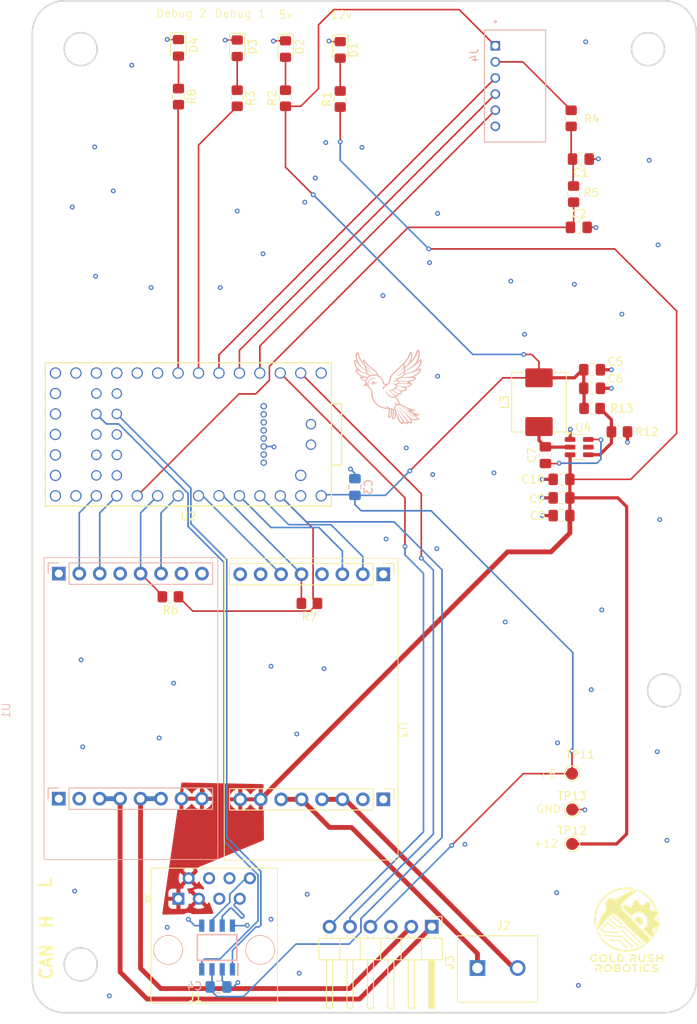
<source format=kicad_pcb>
(kicad_pcb (version 20240108) (generator "pcbnew") (generator_version "8.0")
  (layers (0 "F.Cu" signal) (1 "In1.Cu" signal) (2 "In2.Cu" signal) (31 "B.Cu" signal) (34 "B.Paste" user) (35 "F.Paste" user) (36 "B.SilkS" user "B.Silkscreen") (37 "F.SilkS" user "F.Silkscreen") (38 "B.Mask" user) (39 "F.Mask" user) (44 "Edge.Cuts" user))
  (net 0 "")
  (net 1 "GND")
  (net 2 "ABSA")
  (net 3 "CAN3v3")
  (net 4 "+5V")
  (net 5 "LED1")
  (net 6 "LED2")
  (net 7 "CRX")
  (net 8 "CTX")
  (net 9 "+12V")
  (net 10 "M2A")
  (net 11 "M2B")
  (net 12 "M1A")
  (net 13 "M1B")
  (net 14 "ENC1A")
  (net 15 "ENC1B")
  (net 16 "ENC2I")
  (net 17 "ENC2B")
  (net 18 "ABSPWM")
  (net 19 "ENC2A")
  (net 24 "PWM1")
  (net 25 "PWM2")
  (net 26 "DIR1")
  (net 27 "DIR2")
  (net 31 "FLTM2")
  (net 40 "CSM1")
  (net 41 "CSM2")
  (net 45 "FLTM1")
  (net 55 "CANP")
  (net 56 "CANN")
  (net 61 "Net-(C1-Pad2)")
  (net 62 "Net-(D1-A)")
  (net 63 "Net-(D2-A)")
  (net 64 "Net-(D3-A)")
  (net 70 "Net-(D4-A)")
  (net 71 "Net-(U4-VBST)")
  (net 72 "Net-(U4-SW)")
  (net 73 "Net-(U4-VFB)")
  (footprint "TestPoint:TestPoint_Pad_D1.5mm" (layer "F.Cu") (at 242.025 120.475)
    (property "Reference" "TP13")
    (property "Value" "TestPoint_Probe")
  )
  (footprint "LED_SMD:LED_0805_2012Metric_Pad1.15x1.40mm_HandSolder" (layer "F.Cu") (at 193.1 25.9482 -90)
    (property "Reference" "D4")
    (property "Value" "LED")
  )
  (footprint "LED_SMD:LED_0805_2012Metric_Pad1.15x1.40mm_HandSolder" (layer "F.Cu") (at 213.2 26.2006 -90)
    (property "Reference" "D1")
    (property "Value" "LED")
  )
  (footprint "Connector_RJ:RJ45_OST_PJ012-8P8CX_Vertical" (layer "F.Cu") (at 193.095 131.55)
    (property "Reference" "J1")
    (property "Value" "RJ45")
  )
  (footprint "Capacitor_SMD:C_0805_2012Metric_Pad1.18x1.45mm_HandSolder" (layer "F.Cu") (at 238.7 76.5 90)
    (property "Reference" "C7")
    (property "Value" "0.1uF")
  )
  (footprint "TestPoint:TestPoint_Pad_D1.5mm" (layer "F.Cu") (at 242.025 124.75)
    (property "Reference" "TP12")
    (property "Value" "TestPoint_Probe")
  )
  (footprint "footprints:G218v17" (layer "F.Cu") (at 224.6032 108.2917 -90)
    (property "Reference" "U3")
    (property "Value" "G218v17")
  )
  (footprint "Capacitor_SMD:C_0805_2012Metric_Pad1.18x1.45mm_HandSolder" (layer "F.Cu") (at 244.5 65.9)
    (property "Reference" "C5")
    (property "Value" "22uF")
  )
  (footprint "footprints:PHOENIX_1935161" (layer "F.Cu") (at 227.7525 144.4)
    (property "Reference" "J2")
    (property "Value" "Screw_Terminal_01x02")
  )
  (footprint "Capacitor_SMD:C_0805_2012Metric_Pad1.18x1.45mm_HandSolder" (layer "F.Cu") (at 240.7 81.8 180)
    (property "Reference" "C9")
    (property "Value" "10uF")
  )
  (footprint "Resistor_SMD:R_0805_2012Metric_Pad1.20x1.40mm_HandSolder" (layer "F.Cu") (at 213.2 32.3 90)
    (property "Reference" "R1")
    (property "Value" "500")
  )
  (footprint "Resistor_SMD:R_0805_2012Metric_Pad1.20x1.40mm_HandSolder" (layer "F.Cu") (at 192.1 94.075 180)
    (property "Reference" "R6")
    (property "Value" "10k")
  )
  (footprint "footprints:Logo_Small" (layer "F.Cu") (at 248.822377 135.446903)
    (property "Reference" "L1" (hide yes))
    (property "Value" "~" (hide yes))
  )
  (footprint "Resistor_SMD:R_0805_2012Metric_Pad1.20x1.40mm_HandSolder" (layer "F.Cu") (at 193.1 32 -90)
    (property "Reference" "R8")
    (property "Value" "50")
  )
  (footprint "Capacitor_SMD:C_0805_2012Metric_Pad1.18x1.45mm_HandSolder" (layer "F.Cu") (at 243.1 39.75 180)
    (property "Reference" "C1")
    (property "Value" "1 uF")
  )
  (footprint "Capacitor_SMD:C_0805_2012Metric_Pad1.18x1.45mm_HandSolder" (layer "F.Cu") (at 240.7 84 180)
    (property "Reference" "C8")
    (property "Value" "10uF")
  )
  (footprint "Resistor_SMD:R_0805_2012Metric_Pad1.20x1.40mm_HandSolder" (layer "F.Cu") (at 241.9 34.7 -90)
    (property "Reference" "R4")
    (property "Value" "10k")
  )
  (footprint "TestPoint:TestPoint_Pad_D1.5mm" (layer "F.Cu") (at 242 116.025)
    (property "Reference" "TP11")
    (property "Value" "TestPoint_Probe")
  )
  (footprint "LED_SMD:LED_0805_2012Metric_Pad1.15x1.40mm_HandSolder" (layer "F.Cu") (at 200.4 26 -90)
    (property "Reference" "D3")
    (property "Value" "LED")
  )
  (footprint "Resistor_SMD:R_0805_2012Metric_Pad1.20x1.40mm_HandSolder" (layer "F.Cu") (at 247.9 73.6 180)
    (property "Reference" "R12")
    (property "Value" "10K")
  )
  (footprint "LED_SMD:LED_0805_2012Metric_Pad1.15x1.40mm_HandSolder" (layer "F.Cu") (at 206.4 26.0982 -90)
    (property "Reference" "D2")
    (property "Value" "LED")
  )
  (footprint "Resistor_SMD:R_0805_2012Metric_Pad1.20x1.40mm_HandSolder" (layer "F.Cu") (at 200.4 32.2 -90)
    (property "Reference" "R3")
    (property "Value" "50")
  )
  (footprint "Resistor_SMD:R_0805_2012Metric_Pad1.20x1.40mm_HandSolder" (layer "F.Cu") (at 242.2 44.1 -90)
    (property "Reference" "R5")
    (property "Value" "10k")
  )
  (footprint "Resistor_SMD:R_0805_2012Metric_Pad1.20x1.40mm_HandSolder" (layer "F.Cu") (at 244.5 70.7 180)
    (property "Reference" "R13")
    (property "Value" "54.9K")
  )
  (footprint "Resistor_SMD:R_0805_2012Metric_Pad1.20x1.40mm_HandSolder" (layer "F.Cu") (at 209.375 94.9 180)
    (property "Reference" "R7")
    (property "Value" "10k")
  )
  (footprint "Capacitor_SMD:C_0805_2012Metric_Pad1.18x1.45mm_HandSolder" (layer "F.Cu") (at 244.5 68.2)
    (property "Reference" "C6")
    (property "Value" "22uF")
  )
  (footprint "Package_TO_SOT_SMD:SOT-23-6" (layer "F.Cu") (at 242.9 75.5)
    (property "Reference" "U4")
    (property "Value" "TPS565208")
  )
  (footprint "Inductor_SMD:L_Abracon_ASPI-0630LR" (layer "F.Cu") (at 237.9 69.925 90)
    (property "Reference" "L3")
    (property "Value" "3.3uH")
  )
  (footprint "Capacitor_SMD:C_0805_2012Metric_Pad1.18x1.45mm_HandSolder" (layer "F.Cu") (at 242.85 48.225)
    (property "Reference" "C2")
    (property "Value" "1 uF")
  )
  (footprint "Capacitor_SMD:C_0805_2012Metric_Pad1.18x1.45mm_HandSolder" (layer "F.Cu") (at 240.7 79.5 180)
    (property "Reference" "C10")
    (property "Value" "0.1uF")
  )
  (footprint "Connector_PinHeader_2.54mm:PinHeader_1x06_P2.54mm_Horizontal" (layer "F.Cu") (at 224.575 135.025 -90)
    (property "Reference" "J3")
    (property "Value" "Conn_01x06_Pin")
  )
  (footprint "Resistor_SMD:R_0805_2012Metric_Pad1.20x1.40mm_HandSolder" (layer "F.Cu") (at 206.4 32.2 90)
    (property "Reference" "R2")
    (property "Value" "150")
  )
  (footprint "teensy:Teensy40_SMT" (layer "F.Cu") (at 194.325 73.925 180)
    (property "Reference" "U2")
    (property "Value" "Teensy4.0")
  )
  (footprint "footprints:SOIC127P600X175-8N" (layer "B.Cu") (at 197.9 137.6 90)
    (property "Reference" "IC1" (hide yes))
    (property "Value" "TCAN3414DR" (hide yes))
  )
  (footprint "Capacitor_SMD:C_0805_2012Metric_Pad1.18x1.45mm_HandSolder" (layer "B.Cu") (at 215.025 80.45 90)
    (property "Reference" "C3")
    (property "Value" "0.1 uF")
  )
  (footprint "footprints:JST_S6B-PH-K-S_LF__SN_" (layer "B.Cu") (at 232.475 30.6875 -90)
    (property "Reference" "J4")
    (property "Value" "S6B-PH-K-S_LF__SN_")
  )
  (footprint "footprints:bird" (layer "B.Cu") (at 219.125 68.05 180)
    (property "Reference" "L2" (hide yes))
    (property "Value" "~" (hide yes))
  )
  (footprint "Capacitor_SMD:C_0805_2012Metric_Pad1.18x1.45mm_HandSolder" (layer "B.Cu") (at 198.075 142.5 180)
    (property "Reference" "C4")
    (property "Value" "0.1 uF")
  )
  (footprint "footprints:G218v17" (layer "B.Cu") (at 172.183 108.2116 -90)
    (property "Reference" "U1")
    (property "Value" "G218v17")
  )
  (gr_arc (start 174.95 24.108709) (mid 176.121573 21.280282) (end 178.949999 20.108709) (stroke (width 0.2)) (layer "Edge.Cuts"))
  (gr_circle (center 180.95 139.699999) (end 183 139.699999) (stroke (width 0.2)) (fill none) (layer "Edge.Cuts"))
  (gr_circle (center 251.45 26.108709) (end 253.5 26.108709) (stroke (width 0.2)) (fill none) (layer "Edge.Cuts"))
  (gr_line (start 174.95 141.7) (end 174.95 24.108709) (stroke (width 0.2)) (layer "Edge.Cuts"))
  (gr_circle (center 253.45 105.699999) (end 255.5 105.699999) (stroke (width 0.2)) (fill none) (layer "Edge.Cuts"))
  (gr_line (start 253.44992 145.699999) (end 178.95 145.699999) (stroke (width 0.2)) (layer "Edge.Cuts"))
  (gr_arc (start 178.95 145.699999) (mid 176.121573 144.528426) (end 174.95 141.7) (stroke (width 0.2)) (layer "Edge.Cuts"))
  (gr_circle (center 180.95 26.108709) (end 183 26.108709) (stroke (width 0.2)) (fill none) (layer "Edge.Cuts"))
  (gr_arc (start 253.45 20.108709) (mid 256.271818 21.27367) (end 257.45 24.089993) (stroke (width 0.2)) (layer "Edge.Cuts"))
  (gr_line (start 257.45 141.699924) (end 257.45 24.089993) (stroke (width 0.2)) (layer "Edge.Cuts"))
  (gr_arc (start 257.45 141.699924) (mid 256.278404 144.528408) (end 253.44992 145.699999) (stroke (width 0.2)) (layer "Edge.Cuts"))
  (gr_line (start 253.45 20.108709) (end 178.949999 20.108709) (stroke (width 0.2)) (layer "Edge.Cuts"))
  (gr_text "+5" (at 237.8 116.7 0) (layer "F.SilkS") (effects (font (size 1 1) (thickness 0.1)) (justify left bottom)))
  (gr_text "Debug 1" (at 197.55 22.275 0) (layer "F.SilkS") (effects (font (size 1 1) (thickness 0.1)) (justify left bottom)))
  (gr_text "H" (at 177.575 135.4 90) (layer "F.SilkS") (effects (font (size 1.5 1.5) (thickness 0.3) (bold yes)) (justify left bottom)))
  (gr_text "+12\n" (at 237.1 125.3 0) (layer "F.SilkS") (effects (font (size 1 1) (thickness 0.1)) (justify left bottom)))
  (gr_text "Debug 2" (at 190.25 22.25 0) (layer "F.SilkS") (effects (font (size 1 1) (thickness 0.1)) (justify left bottom)))
  (gr_text "12v" (at 211.95 22.425 0) (layer "F.SilkS") (effects (font (size 1 1) (thickness 0.1)) (justify left bottom)))
  (gr_text "GND\n" (at 237.5 121 0) (layer "F.SilkS") (effects (font (size 1 1) (thickness 0.1)) (justify left bottom)))
  (gr_text "L" (at 177.425 130.425 90) (layer "F.SilkS") (effects (font (size 1.5 1.5) (thickness 0.3) (bold yes)) (justify left bottom)))
  (gr_text "CAN" (at 177.55 141.8 90) (layer "F.SilkS") (effects (font (size 1.5 1.5) (thickness 0.3) (bold yes)) (justify left bottom)))
  (gr_text "5v" (at 205.5 22.425 0) (layer "F.SilkS") (effects (font (size 1 1) (thickness 0.1)) (justify left bottom)))
  (segment (start 245.5375 68.2) (end 246.8 68.2) (width 0.4) (layer "F.Cu") (net 1))
  (segment (start 242.025 120.475) (end 243.55 120.475) (width 0.2) (layer "F.Cu") (net 1))
  (segment (start 198.925 24.975) (end 198.9 25) (width 0.2) (layer "F.Cu") (net 1))
  (segment (start 211.8756 25.1756) (end 211.8 25.1) (width 0.2) (layer "F.Cu") (net 1))
  (segment (start 248.9 73.6) (end 248.9 74.9) (width 0.4) (layer "F.Cu") (net 1))
  (segment (start 245.5375 65.9) (end 246.9 65.9) (width 0.4) (layer "F.Cu") (net 1))
  (segment (start 239.6625 81.8) (end 238.3 81.8) (width 0.4) (layer "F.Cu") (net 1))
  (segment (start 245.25 39.75) (end 245.275 39.725) (width 0.2) (layer "F.Cu") (net 1))
  (segment (start 244.05 39.75) (end 245.25 39.75) (width 0.2) (layer "F.Cu") (net 1))
  (segment (start 243.55 120.475) (end 243.6 120.525) (width 0.2) (layer "F.Cu") (net 1))
  (segment (start 239.6625 84) (end 238.3 84) (width 0.4) (layer "F.Cu") (net 1))
  (segment (start 193.1 24.9232) (end 191.7232 24.9232) (width 0.2) (layer "F.Cu") (net 1))
  (segment (start 191.7232 24.9232) (end 191.7 24.9) (width 0.2) (layer "F.Cu") (net 1))
  (segment (start 244.95 48.225) (end 244.975 48.25) (width 0.2) (layer "F.Cu") (net 1))
  (segment (start 206.4 25.0732) (end 204.9268 25.0732) (width 0.2) (layer "F.Cu") (net 1))
  (segment (start 200.4 24.975) (end 198.925 24.975) (width 0.2) (layer "F.Cu") (net 1))
  (segment (start 239.6625 79.5) (end 238.3 79.5) (width 0.4) (layer "F.Cu") (net 1))
  (segment (start 241.7625 73.3375) (end 241.8 73.3) (width 0.2) (layer "F.Cu") (net 1))
  (segment (start 213.2 25.1756) (end 211.8756 25.1756) (width 0.2) (layer "F.Cu") (net 1))
  (segment (start 243.8 48.225) (end 244.95 48.225) (width 0.2) (layer "F.Cu") (net 1))
  (segment (start 241.7625 74.55) (end 241.7625 73.3375) (width 0.4) (layer "F.Cu") (net 1))
  (segment (start 204.9268 25.0732) (end 204.9 25.1) (width 0.2) (layer "F.Cu") (net 1))
  (via (at 204.975 75.475) (size 0.6) (drill 0.3) (layers "F.Cu" "B.Cu") (net 1))
  (via (at 243.6 120.525) (size 0.6) (drill 0.3) (layers "F.Cu" "B.Cu") (net 1))
  (via (at 194.325 134.1) (size 0.6) (drill 0.3) (layers "F.Cu" "B.Cu") (net 1))
  (via (at 214.475 78.225) (size 0.6) (drill 0.3) (layers "F.Cu" "B.Cu") (net 1))
  (via (at 228.7 124.8) (size 0.6) (drill 0.3) (layers "F.Cu" "B.Cu") (net 1))
  (via (at 182.8 54.3) (size 0.6) (drill 0.3) (layers "F.Cu" "B.Cu") (net 1))
  (via (at 190.7 111.6) (size 0.6) (drill 0.3) (layers "F.Cu" "B.Cu") (net 1))
  (via (at 201.65 134.85) (size 0.6) (drill 0.3) (layers "F.Cu" "B.Cu") (net 1))
  (via (at 240.1 130.8) (size 0.6) (drill 0.3) (layers "F.Cu" "B.Cu") (net 1))
  (via (at 252.7 50.4) (size 0.6) (drill 0.3) (layers "F.Cu" "B.Cu") (net 1))
  (via (at 204.9 25.1) (size 0.6) (drill 0.3) (layers "F.Cu" "B.Cu") (net 1))
  (via (at 246.9 68.2) (size 0.6) (drill 0.3) (layers "F.Cu" "B.Cu") (net 1))
  (via (at 240.2 112.2) (size 0.6) (drill 0.3) (layers "F.Cu" "B.Cu") (net 1))
  (via (at 244.4 105.6) (size 0.6) (drill 0.3) (layers "F.Cu" "B.Cu") (net 1))
  (via (at 218.9 86.9) (size 0.6) (drill 0.3) (layers "F.Cu" "B.Cu") (net 1))
  (via (at 192.5 104.8) (size 0.6) (drill 0.3) (layers "F.Cu" "B.Cu") (net 1))
  (via (at 215.9 38.3) (size 0.6) (drill 0.3) (layers "F.Cu" "B.Cu") (net 1))
  (via (at 234.4 54.9) (size 0.6) (drill 0.3) (layers "F.Cu" "B.Cu") (net 1))
  (via (at 251.6 39.9) (size 0.6) (drill 0.3) (layers "F.Cu" "B.Cu") (net 1))
  (via (at 218.5 56.7) (size 0.6) (drill 0.3) (layers "F.Cu" "B.Cu") (net 1))
  (via (at 191.7 135.1) (size 0.6) (drill 0.3) (layers "F.Cu" "B.Cu") (net 1))
  (via (at 208.8 45.1) (size 0.6) (drill 0.3) (layers "F.Cu" "B.Cu") (net 1))
  (via (at 198.3 55.7) (size 0.6) (drill 0.3) (layers "F.Cu" "B.Cu") (net 1))
  (via (at 243.7 25.2) (size 0.6) (drill 0.3) (layers "F.Cu" "B.Cu") (net 1))
  (via (at 225.3 66.7) (size 0.6) (drill 0.3) (layers "F.Cu" "B.Cu") (net 1))
  (via (at 233.7 97.2) (size 0.6) (drill 0.3) (layers "F.Cu" "B.Cu") (net 1))
  (via (at 208.1 140.8) (size 0.6) (drill 0.3) (layers "F.Cu" "B.Cu") (net 1))
  (via (at 182.693189 38.248569) (size 0.6) (drill 0.3) (layers "F.Cu" "B.Cu") (net 1))
  (via (at 189.7 55.7) (size 0.6) (drill 0.3) (layers "F.Cu" "B.Cu") (net 1))
  (via (at 209.1 131) (size 0.6) (drill 0.3) (layers "F.Cu" "B.Cu") (net 1))
  (via (at 238.3 84) (size 0.6) (drill 0.3) (layers "F.Cu" "B.Cu") (net 1))
  (via (at 181 101.9) (size 0.6) (drill 0.3) (layers "F.Cu" "B.Cu") (net 1))
  (via (at 242.8 142.3) (size 0.6) (drill 0.3) (layers "F.Cu" "B.Cu") (net 1))
  (via (at 252.9 84.5) (size 0.6) (drill 0.3) (layers "F.Cu" "B.Cu") (net 1))
  (via (at 198.9 25) (size 0.6) (drill 0.3) (layers "F.Cu" "B.Cu") (net 1))
  (via (at 200.475 141.95) (size 0.6) (drill 0.3) (layers "F.Cu" "B.Cu") (net 1))
  (via (at 232.3 78.7) (size 0.6) (drill 0.3) (layers "F.Cu" "B.Cu") (net 1))
  (via (at 211.4 37.7) (size 0.6) (drill 0.3) (layers "F.Cu" "B.Cu") (net 1))
  (via (at 224.3 52.6) (size 0.6) (drill 0.3) (layers "F.Cu" "B.Cu") (net 1))
  (via (at 210.1 42.1) (size 0.6) (drill 0.3) (layers "F.Cu" "B.Cu") (net 1))
  (via (at 248.2 59) (size 0.6) (drill 0.3) (layers "F.Cu" "B.Cu") (net 1))
  (via (at 185 43.7) (size 0.6) (drill 0.3) (layers "F.Cu" "B.Cu") (net 1))
  (via (at 246.9 65.9) (size 0.6) (drill 0.3) (layers "F.Cu" "B.Cu") (net 1))
  (via (at 204.6 102.7) (size 0.6) (drill 0.3) (layers "F.Cu" "B.Cu") (net 1))
  (via (at 207.8 111.1) (size 0.6) (drill 0.3) (layers "F.Cu" "B.Cu") (net 1))
  (via (at 248.9 74.9) (size 0.6) (drill 0.3) (layers "F.Cu" "B.Cu") (net 1))
  (via (at 238.3 81.8) (size 0.6) (drill 0.3) (layers "F.Cu" "B.Cu") (net 1))
  (via (at 236.1 61.5) (size 0.6) (drill 0.3) (layers "F.Cu" "B.Cu") (net 1))
  (via (at 184.5 143.6) (size 0.6) (drill 0.3) (layers "F.Cu" "B.Cu") (net 1))
  (via (at 204.6 134.1) (size 0.6) (drill 0.3) (layers "F.Cu" "B.Cu") (net 1))
  (via (at 245.275 39.725) (size 0.6) (drill 0.3) (layers "F.Cu" "B.Cu") (net 1))
  (via (at 191.7 24.9) (size 0.6) (drill 0.3) (layers "F.Cu" "B.Cu") (net 1))
  (via (at 187.3 28.1) (size 0.6) (drill 0.3) (layers "F.Cu" "B.Cu") (net 1))
  (via (at 221.4 75.6) (size 0.6) (drill 0.3) (layers "F.Cu" "B.Cu") (net 1))
  (via (at 245.7 95.7) (size 0.6) (drill 0.3) (layers "F.Cu" "B.Cu") (net 1))
  (via (at 242.3 55.3) (size 0.6) (drill 0.3) (layers "F.Cu" "B.Cu") (net 1))
  (via (at 200.4 46.2) (size 0.6) (drill 0.3) (layers "F.Cu" "B.Cu") (net 1))
  (via (at 181.2 112.7) (size 0.6) (drill 0.3) (layers "F.Cu" "B.Cu") (net 1))
  (via (at 211.2 103) (size 0.6) (drill 0.3) (layers "F.Cu" "B.Cu") (net 1))
  (via (at 179.9 45.7) (size 0.6) (drill 0.3) (layers "F.Cu" "B.Cu") (net 1))
  (via (at 253.8 124.3) (size 0.6) (drill 0.3) (layers "F.Cu" "B.Cu") (net 1))
  (via (at 241.8 73.3) (size 0.6) (drill 0.3) (layers "F.Cu" "B.Cu") (net 1))
  (via (at 244.975 48.25) (size 0.6) (drill 0.3) (layers "F.Cu" "B.Cu") (net 1))
  (via (at 225.2 88.1) (size 0.6) (drill 0.3) (layers "F.Cu" "B.Cu") (net 1))
  (via (at 238.3 79.5) (size 0.6) (drill 0.3) (layers "F.Cu" "B.Cu") (net 1))
  (via (at 211.8 25.1) (size 0.6) (drill 0.3) (layers "F.Cu" "B.Cu") (net 1))
  (via (at 225.3 46.5) (size 0.6) (drill 0.3) (layers "F.Cu" "B.Cu") (net 1))
  (via (at 252.6 113.3) (size 0.6) (drill 0.3) (layers "F.Cu" "B.Cu") (net 1))
  (via (at 180.2 130.6) (size 0.6) (drill 0.3) (layers "F.Cu" "B.Cu") (net 1))
  (via (at 203.6 51.5) (size 0.6) (drill 0.3) (layers "F.Cu" "B.Cu") (net 1))
  (via (at 224.7 78.9) (size 0.6) (drill 0.3) (layers "F.Cu" "B.Cu") (net 1))
  (segment (start 215.025 79.5) (end 215.025 78.775) (width 0.2) (layer "B.Cu") (net 1))
  (segment (start 199.1125 142.3) (end 199.1125 142.5) (width 0.2) (layer "B.Cu") (net 1))
  (segment (start 198.535 141.7225) (end 199.1125 142.3) (width 0.2) (layer "B.Cu") (net 1))
  (segment (start 215.025 78.775) (end 214.475 78.225) (width 0.2) (layer "B.Cu") (net 1))
  (segment (start 199.925 142.5) (end 200.475 141.95) (width 0.2) (layer "B.Cu") (net 1))
  (segment (start 201.611 134.889) (end 201.65 134.85) (width 0.2) (layer "B.Cu") (net 1))
  (segment (start 198.535 140.311) (end 198.535 141.7225) (width 0.2) (layer "B.Cu") (net 1))
  (segment (start 195.114 134.889) (end 194.325 134.1) (width 0.2) (layer "B.Cu") (net 1))
  (segment (start 195.995 134.889) (end 195.114 134.889) (width 0.2) (layer "B.Cu") (net 1))
  (segment (start 204.925 75.425) (end 204.975 75.475) (width 0.2) (layer "B.Cu") (net 1))
  (segment (start 199.805 134.889) (end 201.611 134.889) (width 0.2) (layer "B.Cu") (net 1))
  (segment (start 199.1125 142.5) (end 199.925 142.5) (width 0.2) (layer "B.Cu") (net 1))
  (segment (start 203.6966 75.425) (end 204.925 75.425) (width 0.2) (layer "B.Cu") (net 1))
  (segment (start 204.4 67.2) (end 204.4 65.475) (width 0.2) (layer "F.Cu") (net 2))
  (segment (start 221.65 48.225) (end 241.9 48.225) (width 0.2) (layer "F.Cu") (net 2))
  (segment (start 187.975 81.545) (end 200.62 68.9) (width 0.2) (layer "F.Cu") (net 2))
  (segment (start 242.2 47.925) (end 241.9 48.225) (width 0.2) (layer "F.Cu") (net 2))
  (segment (start 200.62 68.9) (end 202.7 68.9) (width 0.2) (layer "F.Cu") (net 2))
  (segment (start 242.2 45.1) (end 242.2 47.925) (width 0.2) (layer "F.Cu") (net 2))
  (segment (start 202.7 68.9) (end 204.4 67.2) (width 0.2) (layer "F.Cu") (net 2))
  (segment (start 204.4 65.475) (end 221.65 48.225) (width 0.2) (layer "F.Cu") (net 2))
  (segment (start 209.83 85.62) (end 205.755 81.545) (width 0.2) (layer "F.Cu") (net 3))
  (segment (start 209.83 94.355) (end 209.83 85.62) (width 0.2) (layer "F.Cu") (net 3))
  (segment (start 210.375 94.9) (end 209.83 94.355) (width 0.2) (layer "F.Cu") (net 3))
  (segment (start 193.1 94.075) (end 194.875 95.85) (width 0.2) (layer "F.Cu") (net 3))
  (segment (start 209.425 95.85) (end 210.375 94.9) (width 0.2) (layer "F.Cu") (net 3))
  (segment (start 194.875 95.85) (end 209.425 95.85) (width 0.2) (layer "F.Cu") (net 3))
  (segment (start 225.85 123.95) (end 225.85 90.725) (width 0.2) (layer "B.Cu") (net 3))
  (segment (start 215.775 134.025) (end 225.85 123.95) (width 0.2) (layer "B.Cu") (net 3))
  (segment (start 219.9 84.775) (end 208.985 84.775) (width 0.2) (layer "B.Cu") (net 3))
  (segment (start 197.9 143.7) (end 196.76875 142.56875) (width 0.2) (layer "B.Cu") (net 3))
  (segment (start 225.85 90.725) (end 219.9 84.775) (width 0.2) (layer "B.Cu") (net 3))
  (segment (start 201.175 143.7) (end 197.9 143.7) (width 0.2) (layer "B.Cu") (net 3))
  (segment (start 196.76875 142.56875) (end 197.265 142.0725) (width 0.2) (layer "B.Cu") (net 3))
  (segment (start 207.7 137.175) (end 201.175 143.7) (width 0.2) (layer "B.Cu") (net 3))
  (segment (start 214.3 137.175) (end 215.775 135.7) (width 0.2) (layer "B.Cu") (net 3))
  (segment (start 197.265 142.0725) (end 197.265 140.311) (width 0.2) (layer "B.Cu") (net 3))
  (segment (start 207.7 137.175) (end 214.3 137.175) (width 0.2) (layer "B.Cu") (net 3))
  (segment (start 208.985 84.775) (end 205.755 81.545) (width 0.2) (layer "B.Cu") (net 3))
  (segment (start 215.775 135.7) (end 215.775 134.025) (width 0.2) (layer "B.Cu") (net 3))
  (segment (start 209.825 44.175) (end 206.4 40.75) (width 0.2) (layer "F.Cu") (net 4))
  (segment (start 209.85 44.175) (end 209.825 44.175) (width 0.2) (layer "F.Cu") (net 4))
  (segment (start 243.5 70.7) (end 243.5 68.2375) (width 0.4) (layer "F.Cu") (net 4))
  (segment (start 206.4 40.75) (end 206.4 33.2) (width 0.2) (layer "F.Cu") (net 4))
  (segment (start 242 116.025) (end 235.955 116.025) (width 0.2) (layer "F.Cu") (net 4))
  (segment (start 237.9 64.9) (end 237.9 66.9) (width 0.2) (layer "F.Cu") (net 4))
  (segment (start 206.4 33.2) (end 208.3 33.2) (width 0.2) (layer "F.Cu") (net 4))
  (segment (start 208.3 33.2) (end 210.5 31) (width 0.2) (layer "F.Cu") (net 4))
  (segment (start 221.85 78.45) (end 233.4 66.9) (width 0.2) (layer "F.Cu") (net 4))
  (segment (start 233.4 66.9) (end 237.9 66.9) (width 0.2) (layer "F.Cu") (net 4))
  (segment (start 236 64) (end 237 64) (width 0.2) (layer "F.Cu") (net 4))
  (segment (start 235.955 116.025) (end 227.05 124.93) (width 0.2) (layer "F.Cu") (net 4))
  (segment (start 210.5 23.1) (end 212.4 21.2) (width 0.2) (layer "F.Cu") (net 4))
  (segment (start 242.3 66.9) (end 237.9 66.9) (width 0.4) (layer "F.Cu") (net 4))
  (segment (start 210.5 31) (end 210.5 23.1) (width 0.2) (layer "F.Cu") (net 4))
  (segment (start 237 64) (end 237.9 64.9) (width 0.2) (layer "F.Cu") (net 4))
  (segment (start 243.3 65.9) (end 242.3 66.9) (width 0.4) (layer "F.Cu") (net 4))
  (segment (start 243.4625 65.9) (end 243.3 65.9) (width 0.2) (layer "F.Cu") (net 4))
  (segment (start 227.9875 21.2) (end 232.475 25.6875) (width 0.2) (layer "F.Cu") (net 4))
  (segment (start 243.4625 68.2) (end 243.4625 65.9) (width 0.4) (layer "F.Cu") (net 4))
  (segment (start 212.4 21.2) (end 227.9875 21.2) (width 0.2) (layer "F.Cu") (net 4))
  (segment (start 243.5 68.2375) (end 243.4625 68.2) (width 0.2) (layer "F.Cu") (net 4))
  (segment (start 242 113.2) (end 242 116.025) (width 0.2) (layer "F.Cu") (net 4))
  (via (at 242 113.2) (size 0.6) (drill 0.3) (layers "F.Cu" "B.Cu") (net 4))
  (via (at 227.05 124.93) (size 0.6) (drill 0.3) (layers "F.Cu" "B.Cu") (net 4))
  (via (at 221.85 78.45) (size 0.6) (drill 0.3) (layers "F.Cu" "B.Cu") (net 4))
  (via (at 236 64) (size 0.6) (drill 0.3) (layers "F.Cu" "B.Cu") (net 4))
  (via (at 209.85 44.175) (size 0.6) (drill 0.3) (layers "F.Cu" "B.Cu") (net 4))
  (segment (start 221.85 78.45) (end 218.8125 81.4875) (width 0.2) (layer "B.Cu") (net 4))
  (segment (start 218.8125 81.4875) (end 215.025 81.4875) (width 0.2) (layer "B.Cu") (net 4))
  (segment (start 242 113.2) (end 242.1 113.1) (width 0.2) (layer "B.Cu") (net 4))
  (segment (start 242.1 113.1) (end 242.1 101) (width 0.2) (layer "B.Cu") (net 4))
  (segment (start 229.675 64) (end 236 64) (width 0.2) (layer "B.Cu") (net 4))
  (segment (start 242.1 101) (end 224.5 83.4) (width 0.2) (layer "B.Cu") (net 4))
  (segment (start 215.025 82.625) (end 215.025 81.4875) (width 0.2) (layer "B.Cu") (net 4))
  (segment (start 210.98 81.4) (end 210.835 81.545) (width 0.2) (layer "B.Cu") (net 4))
  (segment (start 215.025 81.4) (end 210.98 81.4) (width 0.2) (layer "B.Cu") (net 4))
  (segment (start 216.955 135.025) (end 227.05 124.93) (width 0.2) (layer "B.Cu") (net 4))
  (segment (start 209.85 44.175) (end 229.675 64) (width 0.2) (layer "B.Cu") (net 4))
  (segment (start 224.5 83.4) (end 215.8 83.4) (width 0.2) (layer "B.Cu") (net 4))
  (segment (start 215.8 83.4) (end 215.025 82.625) (width 0.2) (layer "B.Cu") (net 4))
  (segment (start 195.595 66.305) (end 195.595 38.005) (width 0.2) (layer "F.Cu") (net 5))
  (segment (start 195.595 38.005) (end 200.4 33.2) (width 0.2) (layer "F.Cu") (net 5))
  (segment (start 193.055 66.305) (end 193.055 33.345) (width 0.2) (layer "F.Cu") (net 6))
  (segment (start 202.170812 127.795812) (end 198.75 124.375) (width 0.2) (layer "B.Cu") (net 7))
  (segment (start 198.75 124.375) (end 198.75 89.8) (width 0.2) (layer "B.Cu") (net 7))
  (segment (start 184.135 72.625) (end 182.895 71.385) (width 0.2) (layer "B.Cu") (net 7))
  (segment (start 202.985 128.595786) (end 202.185026 127.795812) (width 0.2) (layer "B.Cu") (net 7))
  (segment (start 194.293 81.243) (end 185.675 72.625) (width 0.2) (layer "B.Cu") (net 7))
  (segment (start 185.675 72.625) (end 184.135 72.625) (width 0.2) (layer "B.Cu") (net 7))
  (segment (start 202.185026 127.795812) (end 202.170812 127.795812) (width 0.2) (layer "B.Cu") (net 7))
  (segment (start 195.995 140.311) (end 195.995 139.38) (width 0.2) (layer "B.Cu") (net 7))
  (segment (start 196.35 139.025) (end 198.252818 139.025) (width 0.2) (layer "B.Cu") (net 7))
  (segment (start 202.985 134.292818) (end 202.985 128.595786) (width 0.2) (layer "B.Cu") (net 7))
  (segment (start 198.252818 139.025) (end 202.985 134.292818) (width 0.2) (layer "B.Cu") (net 7))
  (segment (start 195.995 139.38) (end 196.35 139.025) (width 0.2) (layer "B.Cu") (net 7))
  (segment (start 198.75 89.8) (end 194.293 85.343) (width 0.2) (layer "B.Cu") (net 7))
  (segment (start 194.293 85.343) (end 194.293 81.243) (width 0.2) (layer "B.Cu") (net 7))
  (segment (start 202.727766 135.045026) (end 199.805 137.967792) (width 0.2) (layer "B.Cu") (net 8))
  (segment (start 199.1 89.45) (end 199.1 123.925) (width 0.2) (layer "B.Cu") (net 8))
  (segment (start 194.643 84.993) (end 199.1 89.45) (width 0.2) (layer "B.Cu") (net 8))
  (segment (start 203.129975 135.045026) (end 202.727766 135.045026) (width 0.2) (layer "B.Cu") (net 8))
  (segment (start 194.643 80.593) (end 194.643 84.993) (width 0.2) (layer "B.Cu") (net 8))
  (segment (start 203.335 134.840001) (end 203.129975 135.045026) (width 0.2) (layer "B.Cu") (net 8))
  (segment (start 199.1 123.925) (end 203.335 128.16) (width 0.2) (layer "B.Cu") (net 8))
  (segment (start 185.435 71.385) (end 194.643 80.593) (width 0.2) (layer "B.Cu") (net 8))
  (segment (start 199.805 137.967792) (end 199.805 140.311) (width 0.2) (layer "B.Cu") (net 8))
  (segment (start 203.335 128.16) (end 203.335 134.840001) (width 0.2) (layer "B.Cu") (net 8))
  (segment (start 239.4 88.5) (end 241.7375 86.1625) (width 0.6) (layer "F.Cu") (net 9))
  (segment (start 247.55 124.75) (end 242.025 124.75) (width 0.4) (layer "F.Cu") (net 9))
  (segment (start 203.318 119.2137) (end 204.418 118.1137) (width 0.6) (layer "F.Cu") (net 9))
  (segment (start 255 58.6) (end 247.3 50.9) (width 0.2) (layer "F.Cu") (net 9))
  (segment (start 241.7375 81.8) (end 247.7 81.8) (width 0.4) (layer "F.Cu") (net 9))
  (segment (start 241.7375 79.5) (end 249.3 79.5) (width 0.2) (layer "F.Cu") (net 9))
  (segment (start 248.8 123.5) (end 247.55 124.75) (width 0.4) (layer "F.Cu") (net 9))
  (segment (start 204.418 118.1137) (end 204.418 118.082) (width 0.6) (layer "F.Cu") (net 9))
  (segment (start 241.7625 79.475) (end 241.7375 79.5) (width 0.2) (layer "F.Cu") (net 9))
  (segment (start 213.2 37.6) (end 213.2 33.3) (width 0.2) (layer "F.Cu") (net 9))
  (segment (start 247.3 50.9) (end 224.2 50.9) (width 0.2) (layer "F.Cu") (net 9))
  (segment (start 241.7375 81.8) (end 241.7375 84) (width 0.4) (layer "F.Cu") (net 9))
  (segment (start 255 73.8) (end 255 58.6) (width 0.2) (layer "F.Cu") (net 9))
  (segment (start 241.7625 76.45) (end 241.7625 79.475) (width 0.4) (layer "F.Cu") (net 9))
  (segment (start 241.7375 86.1625) (end 241.7375 84) (width 0.6) (layer "F.Cu") (net 9))
  (segment (start 234 88.5) (end 239.4 88.5) (width 0.6) (layer "F.Cu") (net 9))
  (segment (start 204.418 118.082) (end 234 88.5) (width 0.6) (layer "F.Cu") (net 9))
  (segment (start 248.8 82.9) (end 248.8 123.5) (width 0.4) (layer "F.Cu") (net 9))
  (segment (start 196.3 118.1539) (end 195.2432 119.2107) (width 0.2) (layer "F.Cu") (net 9))
  (segment (start 241.7375 79.5) (end 241.7375 81.8) (width 0.4) (layer "F.Cu") (net 9))
  (segment (start 249.3 79.5) (end 255 73.8) (width 0.2) (layer "F.Cu") (net 9))
  (segment (start 247.7 81.8) (end 248.8 82.9) (width 0.4) (layer "F.Cu") (net 9))
  (via (at 213.2 37.6) (size 0.6) (drill 0.3) (layers "F.Cu" "B.Cu") (net 9))
  (via (at 224.2 50.9) (size 0.6) (drill 0.3) (layers "F.Cu" "B.Cu") (net 9))
  (segment (start 213.2 39.9) (end 224.2 50.9) (width 0.2) (layer "B.Cu") (net 9))
  (segment (start 213.2 37.6) (end 213.2 39.9) (width 0.2) (layer "B.Cu") (net 9))
  (segment (start 213.478 119.2137) (end 213.8137 119.2137) (width 0.6) (layer "F.Cu") (net 10))
  (segment (start 213.8137 119.2137) (end 234.75 140.15) (width 0.6) (layer "F.Cu") (net 10))
  (segment (start 210.938 119.2137) (end 213.478 119.2137) (width 0.6) (layer "F.Cu") (net 10))
  (segment (start 234.75 140.15) (end 235.2525 140.15) (width 0.6) (layer "F.Cu") (net 10))
  (segment (start 214.6 122.7) (end 230.2525 138.3525) (width 0.6) (layer "F.Cu") (net 11))
  (segment (start 205.858 119.2137) (end 208.398 119.2137) (width 0.6) (layer "F.Cu") (net 11))
  (segment (start 211.875 122.7) (end 214.6 122.7) (width 0.6) (layer "F.Cu") (net 11))
  (segment (start 208.398 119.2137) (end 210.975 121.7907) (width 0.6) (layer "F.Cu") (net 11))
  (segment (start 230.2525 138.3525) (end 230.2525 140.15) (width 0.6) (layer "F.Cu") (net 11))
  (segment (start 210.975 121.7907) (end 210.975 121.8) (width 0.6) (layer "F.Cu") (net 11))
  (segment (start 210.975 121.8) (end 211.875 122.7) (width 0.6) (layer "F.Cu") (net 11))
  (segment (start 185.8482 140.6482) (end 189.2 144) (width 0.6) (layer "F.Cu") (net 12))
  (segment (start 185.8482 119.1336) (end 185.8482 140.6482) (width 0.6) (layer "F.Cu") (net 12))
  (segment (start 189.2 144) (end 215.6 144) (width 0.6) (layer "F.Cu") (net 12))
  (segment (start 215.6 144) (end 224.575 135.025) (width 0.6) (layer "F.Cu") (net 12))
  (segment (start 183.3082 119.1336) (end 185.8482 119.1336) (width 0.6) (layer "B.Cu") (net 12))
  (segment (start 188.3882 119.1336) (end 188.3882 140.1882) (width 0.6) (layer "F.Cu") (net 13))
  (segment (start 190.9 142.7) (end 214.36 142.7) (width 0.6) (layer "F.Cu") (net 13))
  (segment (start 188.3882 140.1882) (end 190.9 142.7) (width 0.6) (layer "F.Cu") (net 13))
  (segment (start 214.36 142.7) (end 222.035 135.025) (width 0.6) (layer "F.Cu") (net 13))
  (segment (start 190.9282 119.1336) (end 188.3882 119.1336) (width 0.6) (layer "B.Cu") (net 13))
  (segment (start 223.275 81.285) (end 208.295 66.305) (width 0.2) (layer "F.Cu") (net 14))
  (segment (start 223.275 89.275) (end 223.275 81.285) (width 0.2) (layer "F.Cu") (net 14))
  (via (at 223.275 89.275) (size 0.6) (drill 0.3) (layers "F.Cu" "B.Cu") (net 14))
  (segment (start 224.775 123.525) (end 224.775 90.775) (width 0.2) (layer "B.Cu") (net 14))
  (segment (start 224.775 90.775) (end 223.275 89.275) (width 0.2) (layer "B.Cu") (net 14))
  (segment (start 214.415 133.885) (end 224.775 123.525) (width 0.2) (layer "B.Cu") (net 14))
  (segment (start 214.415 135.025) (end 214.415 133.885) (width 0.2) (layer "B.Cu") (net 14))
  (segment (start 221.25 81.8) (end 205.755 66.305) (width 0.2) (layer "F.Cu") (net 15))
  (segment (start 221.25 87.825) (end 221.25 81.8) (width 0.2) (layer "F.Cu") (net 15))
  (via (at 221.25 87.825) (size 0.6) (drill 0.3) (layers "F.Cu" "B.Cu") (net 15))
  (segment (start 223.55 91.175) (end 221.25 88.875) (width 0.2) (layer "B.Cu") (net 15))
  (segment (start 211.875 135.025) (end 211.875 134.925) (width 0.2) (layer "B.Cu") (net 15))
  (segment (start 221.25 88.875) (end 221.25 87.825) (width 0.2) (layer "B.Cu") (net 15))
  (segment (start 223.55 123.25) (end 223.55 91.175) (width 0.2) (layer "B.Cu") (net 15))
  (segment (start 211.875 134.925) (end 223.55 123.25) (width 0.2) (layer "B.Cu") (net 15))
  (segment (start 203.215 62.9475) (end 203.215 66.305) (width 0.2) (layer "F.Cu") (net 16))
  (segment (start 232.475 33.6875) (end 203.215 62.9475) (width 0.2) (layer "F.Cu") (net 16))
  (segment (start 200.675 63.4875) (end 232.475 31.6875) (width 0.2) (layer "F.Cu") (net 17))
  (segment (start 200.675 66.305) (end 200.675 63.4875) (width 0.2) (layer "F.Cu") (net 17))
  (segment (start 232.475 27.6875) (end 235.8875 27.6875) (width 0.2) (layer "F.Cu") (net 18))
  (segment (start 235.8875 27.6875) (end 241.9 33.7) (width 0.2) (layer "F.Cu") (net 18))
  (segment (start 198.135 64.0275) (end 232.475 29.6875) (width 0.2) (layer "F.Cu") (net 19))
  (segment (start 198.135 66.305) (end 198.135 64.0275) (width 0.2) (layer "F.Cu") (net 19))
  (segment (start 183.3162 83.6638) (end 185.435 81.545) (width 0.2) (layer "B.Cu") (net 24))
  (segment (start 183.3162 91.197) (end 183.3162 83.6638) (width 0.2) (layer "B.Cu") (net 24))
  (segment (start 213.47 88.395) (end 210.55 85.475) (width 0.2) (layer "B.Cu") (net 25))
  (segment (start 204.605 85.475) (end 200.675 81.545) (width 0.2) (layer "B.Cu") (net 25))
  (segment (start 213.47 91.2771) (end 213.47 88.395) (width 0.2) (layer "B.Cu") (net 25))
  (segment (start 210.55 85.475) (end 204.605 85.475) (width 0.2) (layer "B.Cu") (net 25))
  (segment (start 180.7762 91.197) (end 180.7762 83.6638) (width 0.2) (layer "B.Cu") (net 26))
  (segment (start 180.7762 83.6638) (end 182.895 81.545) (width 0.2) (layer "B.Cu") (net 26))
  (segment (start 212.05 85.125) (end 206.795 85.125) (width 0.2) (layer "B.Cu") (net 27))
  (segment (start 216.01 89.085) (end 212.05 85.125) (width 0.2) (layer "B.Cu") (net 27))
  (segment (start 216.01 91.2771) (end 216.01 89.085) (width 0.2) (layer "B.Cu") (net 27))
  (segment (start 206.795 85.125) (end 203.215 81.545) (width 0.2) (layer "B.Cu") (net 27))
  (segment (start 208.375 94.9) (end 208.375 91.2921) (width 0.2) (layer "F.Cu") (net 31))
  (segment (start 208.375 91.2921) (end 208.39 91.2771) (width 0.2) (layer "F.Cu") (net 31))
  (segment (start 198.6579 81.545) (end 198.135 81.545) (width 0.2) (layer "B.Cu") (net 31))
  (segment (start 208.39 91.2771) (end 198.6579 81.545) (width 0.2) (layer "B.Cu") (net 31))
  (segment (start 190.9362 91.197) (end 190.9362 83.6638) (width 0.2) (layer "B.Cu") (net 40))
  (segment (start 190.9362 83.6638) (end 193.055 81.545) (width 0.2) (layer "B.Cu") (net 40))
  (segment (start 196.1179 81.545) (end 195.595 81.545) (width 0.2) (layer "B.Cu") (net 41))
  (segment (start 205.85 91.2771) (end 196.1179 81.545) (width 0.2) (layer "B.Cu") (net 41))
  (segment (start 188.3962 91.197) (end 191.1 93.9008) (width 0.2) (layer "F.Cu") (net 45))
  (segment (start 191.1 93.9008) (end 191.1 94.075) (width 0.2) (layer "F.Cu") (net 45))
  (segment (start 188.3962 83.6638) (end 190.515 81.545) (width 0.2) (layer "B.Cu") (net 45))
  (segment (start 188.3962 91.197) (end 188.3962 83.6638) (width 0.2) (layer "B.Cu") (net 45))
  (segment (start 200.32 131.945) (end 200.715 131.55) (width 0.2) (layer "B.Cu") (net 55))
  (segment (start 201.194587 133.573568) (end 200.070287 132.449268) (width 0.2) (layer "B.Cu") (net 55))
  (segment (start 198.535 134.889) (end 198.535 133.73) (width 0.2) (layer "B.Cu") (net 55))
  (segment (start 198.535 133.73) (end 199.497532 132.767468) (width 0.2) (layer "B.Cu") (net 55))
  (segment (start 200.133928 132.131071) (end 200.32 131.945) (width 0.2) (layer "B.Cu") (net 55))
  (segment (start 201.130948 133.891767) (end 201.194587 133.828127) (width 0.2) (layer "B.Cu") (net 55))
  (segment (start 199.75209 132.767468) (end 200.876389 133.891767) (width 0.2) (layer "B.Cu") (net 55))
  (segment (start 200.070287 132.194709) (end 200.133928 132.131071) (width 0.2) (layer "B.Cu") (net 55))
  (arc (start 201.194587 133.828127) (mid 201.247308 133.700847) (end 201.194587 133.573568) (width 0.2) (layer "B.Cu") (net 55))
  (arc (start 200.070287 132.449268) (mid 200.017566 132.321989) (end 200.070287 132.194709) (width 0.2) (layer "B.Cu") (net 55))
  (arc (start 199.497532 132.767468) (mid 199.624811 132.714747) (end 199.75209 132.767468) (width 0.2) (layer "B.Cu") (net 55))
  (arc (start 200.876389 133.891767) (mid 201.003669 133.944487) (end 201.130948 133.891767) (width 0.2) (layer "B.Cu") (net 55))
  (segment (start 199.475 131) (end 201.465 129.01) (width 0.2) (layer "B.Cu") (net 56))
  (segment (start 199.475 132) (end 199.475 131) (width 0.2) (layer "B.Cu") (net 56))
  (segment (start 197.265 134.889) (end 197.265 134.21) (width 0.2) (layer "B.Cu") (net 56))
  (segment (start 197.265 134.21) (end 199.475 132) (width 0.2) (layer "B.Cu") (net 56))
  (segment (start 201.465 129.01) (end 201.985 129.01) (width 0.2) (layer "B.Cu") (net 56))
  (segment (start 241.9 35.7) (end 241.9 39.5) (width 0.2) (layer "F.Cu") (net 61))
  (segment (start 242.15 43.05) (end 242.2 43.1) (width 0.2) (layer "F.Cu") (net 61))
  (segment (start 241.9 39.5) (end 242.15 39.75) (width 0.2) (layer "F.Cu") (net 61))
  (segment (start 242.15 39.75) (end 242.15 43.05) (width 0.2) (layer "F.Cu") (net 61))
  (segment (start 213.2 31.3) (end 213.2 27.2256) (width 0.2) (layer "F.Cu") (net 62))
  (segment (start 206.4 31.2) (end 206.4 27.1232) (width 0.2) (layer "F.Cu") (net 63))
  (segment (start 200.4 31.2) (end 200.4 27.025) (width 0.2) (layer "F.Cu") (net 64))
  (segment (start 193.1 31) (end 193.1 26.9732) (width 0.2) (layer "F.Cu") (net 70))
  (segment (start 240.4 77.5) (end 240.3625 77.5375) (width 0.2) (layer "F.Cu") (net 71))
  (segment (start 245.55 74.55) (end 244.0375 74.55) (width 0.2) (layer "F.Cu") (net 71))
  (segment (start 245.6 74.6) (end 245.55 74.55) (width 0.2) (layer "F.Cu") (net 71))
  (segment (start 240.3625 77.5375) (end 238.7 77.5375) (width 0.2) (layer "F.Cu") (net 71))
  (via (at 245.6 74.6) (size 0.6) (drill 0.3) (layers "F.Cu" "B.Cu") (net 71))
  (via (at 240.4 77.5) (size 0.6) (drill 0.3) (layers "F.Cu" "B.Cu") (net 71))
  (segment (start 245.1 77.5) (end 245.6 77) (width 0.2) (layer "B.Cu") (net 71))
  (segment (start 240.4 77.5) (end 245.1 77.5) (width 0.2) (layer "B.Cu") (net 71))
  (segment (start 245.6 77) (end 245.6 74.6) (width 0.2) (layer "B.Cu") (net 71))
  (segment (start 238.9 75.5) (end 241.7625 75.5) (width 0.4) (layer "F.Cu") (net 72))
  (segment (start 237.9 74.6625) (end 238.7 75.4625) (width 0.4) (layer "F.Cu") (net 72))
  (segment (start 237.9 72.95) (end 237.9 74.6625) (width 0.4) (layer "F.Cu") (net 72))
  (segment (start 238.8625 75.4625) (end 238.9 75.5) (width 0.2) (layer "F.Cu") (net 72))
  (segment (start 238.7 75.4625) (end 238.8625 75.4625) (width 0.2) (layer "F.Cu") (net 72))
  (segment (start 244.0375 76.45) (end 245.45 76.45) (width 0.4) (layer "F.Cu") (net 73))
  (segment (start 246.9 73.6) (end 246.9 72.1) (width 0.4) (layer "F.Cu") (net 73))
  (segment (start 246.9 72.1) (end 245.5 70.7) (width 0.4) (layer "F.Cu") (net 73))
  (segment (start 246.9 75) (end 246.9 73.6) (width 0.4) (layer "F.Cu") (net 73))
  (segment (start 245.45 76.45) (end 246.9 75) (width 0.4) (layer "F.Cu") (net 73))
  (zone (net 9) (net_name "+12V") (layer "F.Cu") (connect_pads (clearance 0.5)) (min_thickness 0.25) (fill yes (thermal_gap 0.5) (thermal_bridge_width 0.5))
    (polygon (pts (xy 193.475 117.125) (xy 203.675 117.325) (xy 203.725 124.275) (xy 195.325 127.75) (xy 197.5 133.425) (xy 191.075 133.525)))
  )
)
</source>
